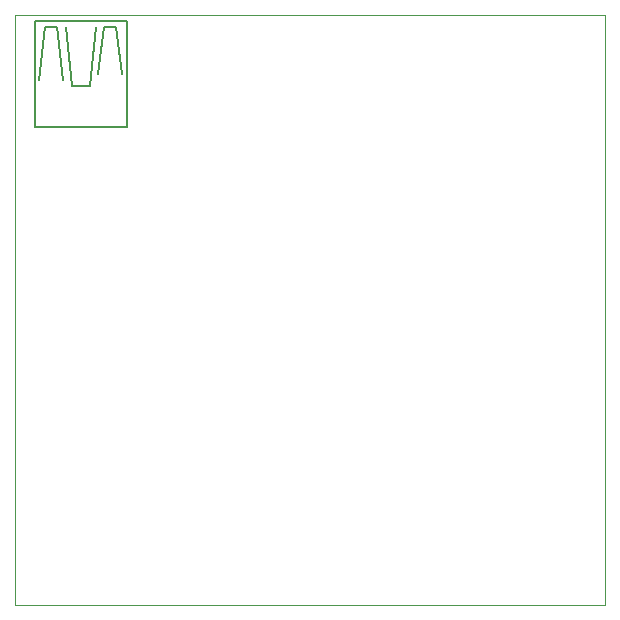
<source format=gbo>
G75*
%MOIN*%
%OFA0B0*%
%FSLAX25Y25*%
%IPPOS*%
%LPD*%
%AMOC8*
5,1,8,0,0,1.08239X$1,22.5*
%
%ADD10C,0.00000*%
%ADD11C,0.00500*%
D10*
X0001800Y0001800D02*
X0001800Y0198650D01*
X0198650Y0198650D01*
X0198650Y0001800D01*
X0001800Y0001800D01*
D11*
X0008446Y0161131D02*
X0008446Y0196564D01*
X0039154Y0196564D01*
X0039154Y0161131D01*
X0008446Y0161131D01*
X0020847Y0174910D02*
X0018879Y0194595D01*
X0015926Y0194595D02*
X0017894Y0176879D01*
X0020847Y0174910D02*
X0026753Y0174910D01*
X0028721Y0194595D01*
X0031674Y0194595D02*
X0029706Y0178847D01*
X0037580Y0178847D02*
X0035611Y0194595D01*
X0031674Y0194595D01*
X0015926Y0194595D02*
X0011989Y0194595D01*
X0010020Y0176879D01*
M02*

</source>
